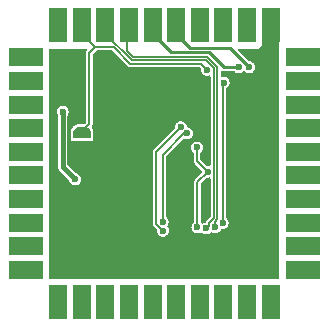
<source format=gbl>
G04 #@! TF.GenerationSoftware,KiCad,Pcbnew,(6.0.0-0)*
G04 #@! TF.CreationDate,2022-05-15T17:03:53+02:00*
G04 #@! TF.ProjectId,rp2040_stamp,72703230-3430-45f7-9374-616d702e6b69,rev?*
G04 #@! TF.SameCoordinates,Original*
G04 #@! TF.FileFunction,Copper,L2,Bot*
G04 #@! TF.FilePolarity,Positive*
%FSLAX46Y46*%
G04 Gerber Fmt 4.6, Leading zero omitted, Abs format (unit mm)*
G04 Created by KiCad (PCBNEW (6.0.0-0)) date 2022-05-15 17:03:53*
%MOMM*%
%LPD*%
G01*
G04 APERTURE LIST*
G04 #@! TA.AperFunction,SMDPad,CuDef*
%ADD10R,1.500000X3.000000*%
G04 #@! TD*
G04 #@! TA.AperFunction,ComponentPad*
%ADD11C,1.350000*%
G04 #@! TD*
G04 #@! TA.AperFunction,ComponentPad*
%ADD12O,1.350000X1.350000*%
G04 #@! TD*
G04 #@! TA.AperFunction,SMDPad,CuDef*
%ADD13R,3.000000X1.500000*%
G04 #@! TD*
G04 #@! TA.AperFunction,ViaPad*
%ADD14C,0.600000*%
G04 #@! TD*
G04 #@! TA.AperFunction,Conductor*
%ADD15C,0.400000*%
G04 #@! TD*
G04 #@! TA.AperFunction,Conductor*
%ADD16C,0.150000*%
G04 #@! TD*
G04 #@! TA.AperFunction,Conductor*
%ADD17C,0.250000*%
G04 #@! TD*
G04 APERTURE END LIST*
D10*
X142500000Y-93750000D03*
D11*
X142500000Y-94500000D03*
X142500000Y-93000000D03*
D10*
X144500000Y-93750000D03*
D12*
X144500000Y-94500000D03*
X144500000Y-93000000D03*
D10*
X146500000Y-93750000D03*
D12*
X146500000Y-94500000D03*
X146500000Y-93000000D03*
D10*
X148500000Y-93750000D03*
D12*
X148500000Y-93000000D03*
X148500000Y-94500000D03*
X150500000Y-93000000D03*
D10*
X150500000Y-93750000D03*
D12*
X150500000Y-94500000D03*
X152500000Y-94500000D03*
D10*
X152500000Y-93750000D03*
D12*
X152500000Y-93000000D03*
X154500000Y-94500000D03*
D10*
X154500000Y-93750000D03*
D12*
X154500000Y-93000000D03*
D10*
X156500000Y-93750000D03*
D12*
X156500000Y-94500000D03*
X156500000Y-93000000D03*
X158500000Y-94500000D03*
X158500000Y-93000000D03*
D10*
X158500000Y-93750000D03*
X160500000Y-93750000D03*
D12*
X160500000Y-93000000D03*
X160500000Y-94500000D03*
D11*
X142500000Y-116500000D03*
D10*
X142500000Y-117250000D03*
D11*
X142500000Y-118000000D03*
D10*
X144500000Y-117250000D03*
D12*
X144500000Y-116500000D03*
X144500000Y-118000000D03*
X146500000Y-116500000D03*
X146500000Y-118000000D03*
D10*
X146500000Y-117250000D03*
D12*
X148500000Y-116500000D03*
D10*
X148500000Y-117250000D03*
D12*
X148500000Y-118000000D03*
X150500000Y-116500000D03*
X150500000Y-118000000D03*
D10*
X150500000Y-117250000D03*
X152500000Y-117250000D03*
D12*
X152500000Y-118000000D03*
X152500000Y-116500000D03*
X154500000Y-118000000D03*
D10*
X154500000Y-117250000D03*
D12*
X154500000Y-116500000D03*
X156500000Y-116500000D03*
X156500000Y-118000000D03*
D10*
X156500000Y-117250000D03*
D12*
X158500000Y-118000000D03*
X158500000Y-116500000D03*
D10*
X158500000Y-117250000D03*
X160500000Y-117250000D03*
D12*
X160500000Y-116500000D03*
X160500000Y-118000000D03*
D11*
X140500000Y-96500000D03*
D13*
X139750000Y-96500000D03*
D11*
X139000000Y-96500000D03*
D12*
X139000000Y-98500000D03*
D13*
X139750000Y-98500000D03*
D12*
X140500000Y-98500000D03*
X139000000Y-100500000D03*
X140500000Y-100500000D03*
D13*
X139750000Y-100500000D03*
X139750000Y-102500000D03*
D12*
X140500000Y-102500000D03*
X139000000Y-102500000D03*
X139000000Y-104500000D03*
X140500000Y-104500000D03*
D13*
X139750000Y-104500000D03*
D12*
X140500000Y-106500000D03*
D13*
X139750000Y-106500000D03*
D12*
X139000000Y-106500000D03*
X139000000Y-108500000D03*
D13*
X139750000Y-108500000D03*
D12*
X140500000Y-108500000D03*
X140500000Y-110500000D03*
X139000000Y-110500000D03*
D13*
X139750000Y-110500000D03*
X139750000Y-112500000D03*
D12*
X140500000Y-112500000D03*
X139000000Y-112500000D03*
X140500000Y-114500000D03*
X139000000Y-114500000D03*
D13*
X139750000Y-114500000D03*
D11*
X162500000Y-96500000D03*
D13*
X163250000Y-96500000D03*
D11*
X164000000Y-96500000D03*
D12*
X162500000Y-98500000D03*
X164000000Y-98500000D03*
D13*
X163250000Y-98500000D03*
D12*
X164000000Y-100500000D03*
D13*
X163250000Y-100500000D03*
D12*
X162500000Y-100500000D03*
D13*
X163250000Y-102500000D03*
D12*
X162500000Y-102500000D03*
X164000000Y-102500000D03*
D13*
X163250000Y-104500000D03*
D12*
X162500000Y-104500000D03*
X164000000Y-104500000D03*
X162500000Y-106500000D03*
D13*
X163250000Y-106500000D03*
D12*
X164000000Y-106500000D03*
X162500000Y-108500000D03*
D13*
X163250000Y-108500000D03*
D12*
X164000000Y-108500000D03*
X164000000Y-110500000D03*
X162500000Y-110500000D03*
D13*
X163250000Y-110500000D03*
X163250000Y-112500000D03*
D12*
X164000000Y-112500000D03*
X162500000Y-112500000D03*
X164000000Y-114500000D03*
X162500000Y-114500000D03*
D13*
X163250000Y-114500000D03*
G04 #@! TA.AperFunction,SMDPad,CuDef*
G36*
X145280000Y-103660000D02*
G01*
X145280000Y-104160000D01*
X145275033Y-104160000D01*
X145273568Y-104239941D01*
X145231293Y-104375256D01*
X145152738Y-104493266D01*
X145044219Y-104584486D01*
X144914460Y-104641581D01*
X144780000Y-104659164D01*
X144780000Y-104660000D01*
X144280000Y-104660000D01*
X144280000Y-104659164D01*
X144273891Y-104659963D01*
X144133814Y-104638152D01*
X144005489Y-104577904D01*
X143899231Y-104484060D01*
X143823583Y-104364165D01*
X143784626Y-104227858D01*
X143785041Y-104160000D01*
X143780000Y-104160000D01*
X143780000Y-103660000D01*
X145280000Y-103660000D01*
G37*
G04 #@! TD.AperFunction*
G04 #@! TA.AperFunction,SMDPad,CuDef*
G36*
X143785041Y-102860000D02*
G01*
X143785492Y-102786095D01*
X143826111Y-102650274D01*
X143903218Y-102531312D01*
X144010615Y-102438774D01*
X144139667Y-102380097D01*
X144280000Y-102360000D01*
X144780000Y-102360000D01*
X144792216Y-102360149D01*
X144932017Y-102383669D01*
X145059596Y-102445481D01*
X145164700Y-102540616D01*
X145238877Y-102661426D01*
X145276166Y-102798199D01*
X145275033Y-102860000D01*
X145280000Y-102860000D01*
X145280000Y-103360000D01*
X143780000Y-103360000D01*
X143780000Y-102860000D01*
X143785041Y-102860000D01*
G37*
G04 #@! TD.AperFunction*
D14*
X160875000Y-111050000D03*
X145475000Y-111275000D03*
X159275000Y-103375000D03*
X151670000Y-97550000D03*
X152900000Y-109650000D03*
X154900000Y-109650000D03*
X152900000Y-107650000D03*
X144916292Y-106841634D03*
X150835271Y-114360270D03*
X160500000Y-97650000D03*
X154900000Y-107650000D03*
X148775000Y-104099020D03*
X142897563Y-101099294D03*
X143951622Y-106823378D03*
X155110000Y-97550000D03*
X156523531Y-98640498D03*
X156445171Y-110520170D03*
X158700000Y-97325000D03*
X157825000Y-97325000D03*
X155797982Y-110898190D03*
X155053517Y-110984939D03*
X151375000Y-111175000D03*
X152900000Y-102400000D03*
X154300000Y-110900000D03*
X154275000Y-104125000D03*
X155175000Y-106175000D03*
X153425840Y-102934084D03*
X151359949Y-110418193D03*
D15*
X143951622Y-106823378D02*
X142897563Y-105769319D01*
X142897563Y-105769319D02*
X142897563Y-101099294D01*
D16*
X148601903Y-97025489D02*
X154585489Y-97025489D01*
X145150000Y-96100000D02*
X145625000Y-95625000D01*
X145150000Y-102150000D02*
X145150000Y-96100000D01*
X156445171Y-110520170D02*
X156445171Y-98718858D01*
X144475000Y-102825000D02*
X145150000Y-102150000D01*
X145625000Y-95625000D02*
X147201414Y-95625000D01*
X154585489Y-97025489D02*
X155110000Y-97550000D01*
X145625000Y-95625000D02*
X144500000Y-94500000D01*
X147201414Y-95625000D02*
X148601903Y-97025489D01*
X156445171Y-98718858D02*
X156523531Y-98640498D01*
D17*
X157052410Y-95677410D02*
X158700000Y-97325000D01*
X153677410Y-95677410D02*
X157052410Y-95677410D01*
X153677410Y-95677410D02*
X152500000Y-94500000D01*
X152076930Y-96076930D02*
X150500000Y-94500000D01*
X157825000Y-97325000D02*
X156544654Y-97325000D01*
X155296584Y-96076930D02*
X152076930Y-96076930D01*
X156544654Y-97325000D02*
X155296584Y-96076930D01*
D16*
X155151807Y-96426449D02*
X155999031Y-97273673D01*
X148850035Y-96426449D02*
X155151807Y-96426449D01*
X155999031Y-97273673D02*
X155999031Y-110224554D01*
X148346793Y-95923207D02*
X148850035Y-96426449D01*
X155999031Y-110224554D02*
X155797982Y-110425603D01*
X148346793Y-94653207D02*
X148346793Y-95923207D01*
X155797982Y-110425603D02*
X155797982Y-110898190D01*
X148725969Y-96725969D02*
X155027741Y-96725969D01*
X155699511Y-97397739D02*
X155699511Y-110100489D01*
X155273471Y-110764985D02*
X155053517Y-110984939D01*
X155273471Y-110526528D02*
X155273471Y-110764985D01*
X146500000Y-94500000D02*
X148725969Y-96725969D01*
X155027741Y-96725969D02*
X155699511Y-97397739D01*
X155699511Y-110100489D02*
X155273471Y-110526528D01*
X150824511Y-104475489D02*
X152900000Y-102400000D01*
X151375000Y-111175000D02*
X150824511Y-110624511D01*
X150824511Y-110624511D02*
X150824511Y-104475489D01*
X154300000Y-110900000D02*
X154300000Y-107050000D01*
X154275000Y-105275000D02*
X155175000Y-106175000D01*
X154300000Y-107050000D02*
X155175000Y-106175000D01*
X154275000Y-104125000D02*
X154275000Y-105275000D01*
X153165916Y-102934084D02*
X151359949Y-104740051D01*
X151359949Y-104740051D02*
X151359949Y-110418193D01*
X153425840Y-102934084D02*
X153165916Y-102934084D01*
G04 #@! TA.AperFunction,Conductor*
G36*
X161192121Y-93220002D02*
G01*
X161238614Y-93273658D01*
X161250000Y-93326000D01*
X161250000Y-96000000D01*
X159250000Y-96000000D01*
X159750000Y-95500000D01*
X159750000Y-93326000D01*
X159770002Y-93257879D01*
X159823658Y-93211386D01*
X159876000Y-93200000D01*
X161124000Y-93200000D01*
X161192121Y-93220002D01*
G37*
G04 #@! TD.AperFunction*
G04 #@! TA.AperFunction,Conductor*
G36*
X144884914Y-95770002D02*
G01*
X144931407Y-95823658D01*
X144941511Y-95893932D01*
X144921557Y-95946003D01*
X144890485Y-95992505D01*
X144888065Y-96004672D01*
X144888064Y-96004674D01*
X144883416Y-96028042D01*
X144882887Y-96030702D01*
X144869103Y-96100000D01*
X144871524Y-96112171D01*
X144872079Y-96114961D01*
X144874500Y-96139543D01*
X144874500Y-101983694D01*
X144854498Y-102051815D01*
X144837595Y-102072789D01*
X144791717Y-102118667D01*
X144729405Y-102152693D01*
X144702622Y-102155572D01*
X144349611Y-102155572D01*
X144331086Y-102154025D01*
X144331073Y-102154129D01*
X144328741Y-102153829D01*
X144328708Y-102153826D01*
X144328690Y-102153823D01*
X144326258Y-102153414D01*
X144294843Y-102150596D01*
X144292419Y-102150566D01*
X144292412Y-102150566D01*
X144289327Y-102150529D01*
X144282501Y-102150445D01*
X144251019Y-102152495D01*
X144248603Y-102152841D01*
X144113687Y-102172162D01*
X144113681Y-102172163D01*
X144109242Y-102172799D01*
X144104936Y-102174058D01*
X144104932Y-102174059D01*
X144057912Y-102187809D01*
X144053610Y-102189067D01*
X144049535Y-102190920D01*
X143927310Y-102246492D01*
X143927306Y-102246494D01*
X143923231Y-102248347D01*
X143874402Y-102279574D01*
X143871010Y-102282497D01*
X143871007Y-102282499D01*
X143797745Y-102345626D01*
X143765901Y-102373064D01*
X143762962Y-102376433D01*
X143762958Y-102376437D01*
X143755532Y-102384950D01*
X143727798Y-102416742D01*
X143649898Y-102536927D01*
X143625586Y-102589545D01*
X143624301Y-102593843D01*
X143624298Y-102593850D01*
X143601576Y-102669830D01*
X143584550Y-102726763D01*
X143575983Y-102784086D01*
X143575553Y-102854530D01*
X143575292Y-102897258D01*
X143575108Y-102927307D01*
X143575447Y-102929780D01*
X143575572Y-102933635D01*
X143575572Y-103360000D01*
X143591133Y-103438231D01*
X143635448Y-103504552D01*
X143701769Y-103548867D01*
X143713938Y-103551288D01*
X143713939Y-103551288D01*
X143771979Y-103562833D01*
X143780000Y-103564428D01*
X144215480Y-103564428D01*
X144234863Y-103565928D01*
X144236367Y-103566162D01*
X144242379Y-103567098D01*
X144246845Y-103567153D01*
X144246850Y-103567153D01*
X144273958Y-103567484D01*
X144300335Y-103567806D01*
X144304777Y-103567225D01*
X144304780Y-103567225D01*
X144318031Y-103565492D01*
X144334368Y-103564428D01*
X144715480Y-103564428D01*
X144734863Y-103565928D01*
X144736367Y-103566162D01*
X144742379Y-103567098D01*
X144746845Y-103567153D01*
X144746850Y-103567153D01*
X144773958Y-103567484D01*
X144800335Y-103567806D01*
X144804777Y-103567225D01*
X144804780Y-103567225D01*
X144818031Y-103565492D01*
X144834368Y-103564428D01*
X145280000Y-103564428D01*
X145288021Y-103562833D01*
X145346061Y-103551288D01*
X145346062Y-103551288D01*
X145358231Y-103548867D01*
X145424552Y-103504552D01*
X145468867Y-103438231D01*
X145484428Y-103360000D01*
X145484428Y-102869845D01*
X145484449Y-102867536D01*
X145485581Y-102805784D01*
X145485663Y-102801311D01*
X145478498Y-102743792D01*
X145440825Y-102605612D01*
X145421021Y-102559847D01*
X145419587Y-102556534D01*
X145419585Y-102556531D01*
X145417806Y-102552419D01*
X145361711Y-102461060D01*
X145343114Y-102392544D01*
X145364322Y-102325131D01*
X145402620Y-102267814D01*
X145409515Y-102257495D01*
X145425500Y-102177133D01*
X145425500Y-102177132D01*
X145430897Y-102150000D01*
X145427921Y-102135039D01*
X145425500Y-102110457D01*
X145425500Y-96266306D01*
X145445502Y-96198185D01*
X145462405Y-96177211D01*
X145702211Y-95937405D01*
X145764523Y-95903379D01*
X145791306Y-95900500D01*
X147035108Y-95900500D01*
X147103229Y-95920502D01*
X147124203Y-95937405D01*
X148379132Y-97192334D01*
X148394799Y-97211423D01*
X148403279Y-97224113D01*
X148426280Y-97239482D01*
X148426281Y-97239483D01*
X148494409Y-97285005D01*
X148601903Y-97306386D01*
X148616865Y-97303410D01*
X148641445Y-97300989D01*
X154419183Y-97300989D01*
X154487304Y-97320991D01*
X154508278Y-97337894D01*
X154573936Y-97403552D01*
X154607962Y-97465864D01*
X154609341Y-97512032D01*
X154604391Y-97543823D01*
X154605555Y-97552725D01*
X154605555Y-97552728D01*
X154610717Y-97592203D01*
X154622980Y-97685979D01*
X154680720Y-97817203D01*
X154686497Y-97824076D01*
X154686498Y-97824077D01*
X154686776Y-97824408D01*
X154772970Y-97926948D01*
X154892313Y-98006390D01*
X155029157Y-98049142D01*
X155038129Y-98049306D01*
X155038132Y-98049307D01*
X155103463Y-98050504D01*
X155172499Y-98051770D01*
X155182139Y-98049142D01*
X155264869Y-98026587D01*
X155335852Y-98027967D01*
X155394821Y-98067504D01*
X155423053Y-98132646D01*
X155424011Y-98148150D01*
X155424011Y-105557830D01*
X155404009Y-105625951D01*
X155350353Y-105672444D01*
X155280079Y-105682548D01*
X155261913Y-105678548D01*
X155249739Y-105674907D01*
X155240763Y-105674852D01*
X155240762Y-105674852D01*
X155115122Y-105674084D01*
X155047125Y-105653666D01*
X155026797Y-105637181D01*
X154587405Y-105197789D01*
X154553379Y-105135477D01*
X154550500Y-105108694D01*
X154550500Y-104610976D01*
X154570502Y-104542855D01*
X154593637Y-104516718D01*
X154597991Y-104514045D01*
X154694200Y-104407754D01*
X154756710Y-104278733D01*
X154780496Y-104137354D01*
X154780647Y-104125000D01*
X154760323Y-103983082D01*
X154700984Y-103852572D01*
X154682598Y-103831234D01*
X154613260Y-103750763D01*
X154613257Y-103750760D01*
X154607400Y-103743963D01*
X154487095Y-103665985D01*
X154349739Y-103624907D01*
X154340763Y-103624852D01*
X154340762Y-103624852D01*
X154280555Y-103624484D01*
X154206376Y-103624031D01*
X154068529Y-103663428D01*
X153947280Y-103739930D01*
X153852377Y-103847388D01*
X153791447Y-103977163D01*
X153769391Y-104118823D01*
X153770555Y-104127725D01*
X153770555Y-104127728D01*
X153771814Y-104137354D01*
X153787980Y-104260979D01*
X153791597Y-104269199D01*
X153840762Y-104380934D01*
X153845720Y-104392203D01*
X153851497Y-104399076D01*
X153851498Y-104399077D01*
X153858792Y-104407754D01*
X153937970Y-104501948D01*
X153945447Y-104506925D01*
X153952135Y-104512905D01*
X153950788Y-104514412D01*
X153988944Y-104559912D01*
X153999500Y-104610396D01*
X153999500Y-105235457D01*
X153997079Y-105260039D01*
X153994103Y-105275000D01*
X153999500Y-105302132D01*
X153999500Y-105302133D01*
X154015485Y-105382495D01*
X154076376Y-105473624D01*
X154086692Y-105480517D01*
X154086693Y-105480518D01*
X154089064Y-105482102D01*
X154108156Y-105497772D01*
X154638936Y-106028552D01*
X154672962Y-106090864D01*
X154674341Y-106137032D01*
X154669391Y-106168823D01*
X154675472Y-106215323D01*
X154664470Y-106285462D01*
X154639630Y-106320754D01*
X154133156Y-106827228D01*
X154114064Y-106842898D01*
X154101376Y-106851376D01*
X154040485Y-106942505D01*
X154027563Y-107007468D01*
X154019103Y-107050000D01*
X154021524Y-107062171D01*
X154022079Y-107064961D01*
X154024500Y-107089543D01*
X154024500Y-110413938D01*
X154004498Y-110482059D01*
X153980164Y-110509891D01*
X153979870Y-110510141D01*
X153972280Y-110514930D01*
X153877377Y-110622388D01*
X153816447Y-110752163D01*
X153815066Y-110761035D01*
X153804324Y-110830029D01*
X153794391Y-110893823D01*
X153795555Y-110902725D01*
X153795555Y-110902728D01*
X153803685Y-110964901D01*
X153812980Y-111035979D01*
X153870720Y-111167203D01*
X153876497Y-111174076D01*
X153876498Y-111174077D01*
X153887863Y-111187597D01*
X153962970Y-111276948D01*
X154000716Y-111302074D01*
X154072119Y-111349604D01*
X154082313Y-111356390D01*
X154219157Y-111399142D01*
X154228129Y-111399306D01*
X154228132Y-111399307D01*
X154293463Y-111400504D01*
X154362499Y-111401770D01*
X154371533Y-111399307D01*
X154492158Y-111366421D01*
X154492160Y-111366420D01*
X154500817Y-111364060D01*
X154508464Y-111359365D01*
X154508468Y-111359363D01*
X154551753Y-111332786D01*
X154620270Y-111314188D01*
X154687965Y-111335585D01*
X154703539Y-111349570D01*
X154704020Y-111349032D01*
X154710707Y-111355011D01*
X154716487Y-111361887D01*
X154835830Y-111441329D01*
X154972674Y-111484081D01*
X154981646Y-111484245D01*
X154981649Y-111484246D01*
X155046980Y-111485443D01*
X155116016Y-111486709D01*
X155125050Y-111484246D01*
X155245675Y-111451360D01*
X155245677Y-111451359D01*
X155254334Y-111448999D01*
X155376508Y-111373984D01*
X155382530Y-111367330D01*
X155382537Y-111367325D01*
X155391234Y-111357717D01*
X155451778Y-111320637D01*
X155522758Y-111322176D01*
X155554465Y-111337386D01*
X155572819Y-111349604D01*
X155572821Y-111349605D01*
X155580295Y-111354580D01*
X155717139Y-111397332D01*
X155726111Y-111397496D01*
X155726114Y-111397497D01*
X155791445Y-111398694D01*
X155860481Y-111399960D01*
X155869515Y-111397497D01*
X155990140Y-111364611D01*
X155990142Y-111364610D01*
X155998799Y-111362250D01*
X156120973Y-111287235D01*
X156217182Y-111180944D01*
X156260965Y-111090576D01*
X156308665Y-111037996D01*
X156376664Y-111019538D01*
X156507670Y-111021940D01*
X156516334Y-111019578D01*
X156637329Y-110986591D01*
X156637331Y-110986590D01*
X156645988Y-110984230D01*
X156768162Y-110909215D01*
X156790126Y-110884950D01*
X156858349Y-110809577D01*
X156864371Y-110802924D01*
X156926881Y-110673903D01*
X156950667Y-110532524D01*
X156950818Y-110520170D01*
X156935574Y-110413726D01*
X156931767Y-110387138D01*
X156931766Y-110387135D01*
X156930494Y-110378252D01*
X156871155Y-110247742D01*
X156790329Y-110153939D01*
X156783430Y-110145932D01*
X156783428Y-110145930D01*
X156777571Y-110139133D01*
X156770040Y-110134252D01*
X156763842Y-110128845D01*
X156725657Y-110068992D01*
X156720671Y-110033896D01*
X156720671Y-99177307D01*
X156740673Y-99109186D01*
X156780742Y-99069932D01*
X156846522Y-99029543D01*
X156942731Y-98923252D01*
X157005241Y-98794231D01*
X157029027Y-98652852D01*
X157029178Y-98640498D01*
X157008854Y-98498580D01*
X156949515Y-98368070D01*
X156931129Y-98346732D01*
X156861791Y-98266261D01*
X156861788Y-98266258D01*
X156855931Y-98259461D01*
X156735626Y-98181483D01*
X156598270Y-98140405D01*
X156589294Y-98140350D01*
X156589293Y-98140350D01*
X156529086Y-98139982D01*
X156454907Y-98139529D01*
X156435156Y-98145174D01*
X156364162Y-98144662D01*
X156304714Y-98105848D01*
X156275687Y-98041057D01*
X156274531Y-98024025D01*
X156274531Y-97756326D01*
X156294533Y-97688205D01*
X156348189Y-97641712D01*
X156418463Y-97631608D01*
X156429527Y-97634386D01*
X156431609Y-97635588D01*
X156440698Y-97637191D01*
X156440715Y-97637195D01*
X156468719Y-97642133D01*
X156479446Y-97644511D01*
X156505202Y-97651412D01*
X156505205Y-97651412D01*
X156515848Y-97654264D01*
X156526823Y-97653304D01*
X156526825Y-97653304D01*
X156553398Y-97650979D01*
X156564379Y-97650500D01*
X157386036Y-97650500D01*
X157454157Y-97670502D01*
X157475409Y-97689198D01*
X157475503Y-97689093D01*
X157482190Y-97695072D01*
X157487970Y-97701948D01*
X157607313Y-97781390D01*
X157744157Y-97824142D01*
X157753129Y-97824306D01*
X157753132Y-97824307D01*
X157818463Y-97825504D01*
X157887499Y-97826770D01*
X157896533Y-97824307D01*
X158017158Y-97791421D01*
X158017160Y-97791420D01*
X158025817Y-97789060D01*
X158147991Y-97714045D01*
X158167800Y-97692160D01*
X158228343Y-97655079D01*
X158299323Y-97656616D01*
X158349523Y-97690190D01*
X158350503Y-97689093D01*
X158357190Y-97695072D01*
X158362970Y-97701948D01*
X158482313Y-97781390D01*
X158619157Y-97824142D01*
X158628129Y-97824306D01*
X158628132Y-97824307D01*
X158693463Y-97825504D01*
X158762499Y-97826770D01*
X158771533Y-97824307D01*
X158892158Y-97791421D01*
X158892160Y-97791420D01*
X158900817Y-97789060D01*
X159022991Y-97714045D01*
X159119200Y-97607754D01*
X159154473Y-97534951D01*
X159177795Y-97486814D01*
X159177795Y-97486813D01*
X159181710Y-97478733D01*
X159205496Y-97337354D01*
X159205647Y-97325000D01*
X159191199Y-97224113D01*
X159186596Y-97191968D01*
X159186595Y-97191965D01*
X159185323Y-97183082D01*
X159125984Y-97052572D01*
X159076140Y-96994725D01*
X159038260Y-96950763D01*
X159038257Y-96950760D01*
X159032400Y-96943963D01*
X158912095Y-96865985D01*
X158774739Y-96824907D01*
X158765763Y-96824852D01*
X158765762Y-96824852D01*
X158711267Y-96824519D01*
X158643270Y-96804101D01*
X158622942Y-96787616D01*
X157800421Y-95965095D01*
X157766395Y-95902783D01*
X157771460Y-95831968D01*
X157814007Y-95775132D01*
X157880527Y-95750321D01*
X157889516Y-95750000D01*
X159638790Y-95750000D01*
X159647643Y-95752105D01*
X159698514Y-95757631D01*
X159705328Y-95758000D01*
X160227885Y-95758000D01*
X160243124Y-95753525D01*
X160244329Y-95752135D01*
X160244793Y-95750000D01*
X160756971Y-95750000D01*
X160758475Y-95755123D01*
X160759865Y-95756328D01*
X160767548Y-95757999D01*
X161124000Y-95757999D01*
X161192121Y-95778001D01*
X161238614Y-95831657D01*
X161250000Y-95883999D01*
X161250000Y-115124000D01*
X161229998Y-115192121D01*
X161176342Y-115238614D01*
X161124000Y-115250000D01*
X141876000Y-115250000D01*
X141807879Y-115229998D01*
X141761386Y-115176342D01*
X141750000Y-115124000D01*
X141750000Y-110624511D01*
X150543614Y-110624511D01*
X150549011Y-110651643D01*
X150549011Y-110651644D01*
X150564996Y-110732006D01*
X150571891Y-110742325D01*
X150571892Y-110742327D01*
X150578407Y-110752077D01*
X150578465Y-110752163D01*
X150610350Y-110799882D01*
X150625887Y-110823135D01*
X150636203Y-110830028D01*
X150636204Y-110830029D01*
X150638575Y-110831613D01*
X150657667Y-110847283D01*
X150838936Y-111028552D01*
X150872962Y-111090864D01*
X150874341Y-111137032D01*
X150869391Y-111168823D01*
X150870555Y-111177725D01*
X150870555Y-111177728D01*
X150871814Y-111187354D01*
X150887980Y-111310979D01*
X150945720Y-111442203D01*
X150951497Y-111449076D01*
X150951498Y-111449077D01*
X150982992Y-111486544D01*
X151037970Y-111551948D01*
X151157313Y-111631390D01*
X151294157Y-111674142D01*
X151303129Y-111674306D01*
X151303132Y-111674307D01*
X151368463Y-111675504D01*
X151437499Y-111676770D01*
X151446533Y-111674307D01*
X151567158Y-111641421D01*
X151567160Y-111641420D01*
X151575817Y-111639060D01*
X151697991Y-111564045D01*
X151794200Y-111457754D01*
X151842012Y-111359069D01*
X151852795Y-111336814D01*
X151852795Y-111336813D01*
X151856710Y-111328733D01*
X151880496Y-111187354D01*
X151880647Y-111175000D01*
X151868557Y-111090579D01*
X151861596Y-111041968D01*
X151861595Y-111041965D01*
X151860323Y-111033082D01*
X151800984Y-110902572D01*
X151773970Y-110871221D01*
X151744656Y-110806559D01*
X151754955Y-110736313D01*
X151768720Y-110715461D01*
X151768105Y-110715046D01*
X151773127Y-110707600D01*
X151779149Y-110700947D01*
X151841659Y-110571926D01*
X151865445Y-110430547D01*
X151865596Y-110418193D01*
X151845272Y-110276275D01*
X151785933Y-110145765D01*
X151719781Y-110068992D01*
X151698208Y-110043955D01*
X151698206Y-110043953D01*
X151692349Y-110037156D01*
X151684818Y-110032275D01*
X151678620Y-110026868D01*
X151640435Y-109967015D01*
X151635449Y-109931919D01*
X151635449Y-104906357D01*
X151655451Y-104838236D01*
X151672354Y-104817262D01*
X153072334Y-103417282D01*
X153134646Y-103383256D01*
X153204853Y-103388278D01*
X153208153Y-103390474D01*
X153344997Y-103433226D01*
X153353969Y-103433390D01*
X153353972Y-103433391D01*
X153419303Y-103434588D01*
X153488339Y-103435854D01*
X153497373Y-103433391D01*
X153617998Y-103400505D01*
X153618000Y-103400504D01*
X153626657Y-103398144D01*
X153748831Y-103323129D01*
X153845040Y-103216838D01*
X153907550Y-103087817D01*
X153931336Y-102946438D01*
X153931487Y-102934084D01*
X153921957Y-102867536D01*
X153912436Y-102801052D01*
X153912435Y-102801049D01*
X153911163Y-102792166D01*
X153851824Y-102661656D01*
X153799996Y-102601507D01*
X153764100Y-102559847D01*
X153764097Y-102559844D01*
X153758240Y-102553047D01*
X153637935Y-102475069D01*
X153561950Y-102452345D01*
X153509177Y-102436562D01*
X153509175Y-102436562D01*
X153500579Y-102433991D01*
X153498419Y-102433978D01*
X153437115Y-102405566D01*
X153399065Y-102345626D01*
X153395434Y-102328684D01*
X153385323Y-102258082D01*
X153380054Y-102246492D01*
X153346547Y-102172799D01*
X153325984Y-102127572D01*
X153278780Y-102072789D01*
X153238260Y-102025763D01*
X153238257Y-102025760D01*
X153232400Y-102018963D01*
X153112095Y-101940985D01*
X152974739Y-101899907D01*
X152965763Y-101899852D01*
X152965762Y-101899852D01*
X152905555Y-101899484D01*
X152831376Y-101899031D01*
X152693529Y-101938428D01*
X152572280Y-102014930D01*
X152566338Y-102021658D01*
X152566337Y-102021659D01*
X152524829Y-102068659D01*
X152477377Y-102122388D01*
X152416447Y-102252163D01*
X152394391Y-102393823D01*
X152399980Y-102436562D01*
X152400472Y-102440323D01*
X152389470Y-102510462D01*
X152364630Y-102545754D01*
X150657667Y-104252717D01*
X150638575Y-104268387D01*
X150625887Y-104276865D01*
X150564996Y-104367994D01*
X150564996Y-104367995D01*
X150543614Y-104475489D01*
X150546035Y-104487660D01*
X150546590Y-104490450D01*
X150549011Y-104515032D01*
X150549011Y-110584968D01*
X150546590Y-110609550D01*
X150543614Y-110624511D01*
X141750000Y-110624511D01*
X141750000Y-101093117D01*
X142391954Y-101093117D01*
X142393118Y-101102019D01*
X142393118Y-101102022D01*
X142394377Y-101111648D01*
X142410543Y-101235273D01*
X142468283Y-101366497D01*
X142474058Y-101373367D01*
X142478034Y-101379755D01*
X142497063Y-101446337D01*
X142497063Y-105832752D01*
X142500127Y-105842183D01*
X142500128Y-105842187D01*
X142503860Y-105853672D01*
X142508476Y-105872897D01*
X142511917Y-105894623D01*
X142516418Y-105903456D01*
X142516419Y-105903460D01*
X142521904Y-105914225D01*
X142529468Y-105932485D01*
X142536267Y-105953409D01*
X142549202Y-105971212D01*
X142559528Y-105988064D01*
X142569513Y-106007661D01*
X142592076Y-106030224D01*
X142592079Y-106030228D01*
X143425799Y-106863948D01*
X143459825Y-106926260D01*
X143461640Y-106936704D01*
X143464602Y-106959357D01*
X143522342Y-107090581D01*
X143528119Y-107097454D01*
X143528120Y-107097455D01*
X143570763Y-107148185D01*
X143614592Y-107200326D01*
X143733935Y-107279768D01*
X143870779Y-107322520D01*
X143879751Y-107322684D01*
X143879754Y-107322685D01*
X143945085Y-107323882D01*
X144014121Y-107325148D01*
X144023155Y-107322685D01*
X144143780Y-107289799D01*
X144143782Y-107289798D01*
X144152439Y-107287438D01*
X144274613Y-107212423D01*
X144370822Y-107106132D01*
X144433332Y-106977111D01*
X144457118Y-106835732D01*
X144457269Y-106823378D01*
X144441246Y-106711491D01*
X144438218Y-106690346D01*
X144438217Y-106690343D01*
X144436945Y-106681460D01*
X144377606Y-106550950D01*
X144359220Y-106529612D01*
X144289882Y-106449141D01*
X144289879Y-106449138D01*
X144284022Y-106442341D01*
X144163717Y-106364363D01*
X144044810Y-106328802D01*
X143991818Y-106297181D01*
X143334968Y-105640331D01*
X143300942Y-105578019D01*
X143298063Y-105551236D01*
X143298063Y-101446018D01*
X143317509Y-101382410D01*
X143316763Y-101382048D01*
X143319085Y-101377255D01*
X143379273Y-101253027D01*
X143403059Y-101111648D01*
X143403210Y-101099294D01*
X143382886Y-100957376D01*
X143323547Y-100826866D01*
X143305161Y-100805528D01*
X143235823Y-100725057D01*
X143235820Y-100725054D01*
X143229963Y-100718257D01*
X143109658Y-100640279D01*
X142972302Y-100599201D01*
X142963326Y-100599146D01*
X142963325Y-100599146D01*
X142903118Y-100598778D01*
X142828939Y-100598325D01*
X142691092Y-100637722D01*
X142569843Y-100714224D01*
X142474940Y-100821682D01*
X142414010Y-100951457D01*
X142391954Y-101093117D01*
X141750000Y-101093117D01*
X141750000Y-95876000D01*
X141770002Y-95807879D01*
X141823658Y-95761386D01*
X141876000Y-95750000D01*
X144816793Y-95750000D01*
X144884914Y-95770002D01*
G37*
G04 #@! TD.AperFunction*
G04 #@! TA.AperFunction,Conductor*
G36*
X155335852Y-106670688D02*
G01*
X155394821Y-106710225D01*
X155423053Y-106775366D01*
X155424011Y-106790871D01*
X155424011Y-109934182D01*
X155404009Y-110002303D01*
X155387106Y-110023277D01*
X155106624Y-110303759D01*
X155087532Y-110319428D01*
X155074847Y-110327904D01*
X155067956Y-110338217D01*
X155059478Y-110350905D01*
X155059477Y-110350906D01*
X155035268Y-110387138D01*
X155013956Y-110419033D01*
X155012176Y-110427981D01*
X154969056Y-110481488D01*
X154931820Y-110499138D01*
X154847046Y-110523367D01*
X154839457Y-110528155D01*
X154839453Y-110528157D01*
X154802272Y-110551616D01*
X154733987Y-110571050D01*
X154666036Y-110550480D01*
X154639583Y-110527299D01*
X154638260Y-110525763D01*
X154638257Y-110525760D01*
X154632400Y-110518963D01*
X154624869Y-110514081D01*
X154618671Y-110508675D01*
X154580486Y-110448822D01*
X154575500Y-110413726D01*
X154575500Y-107216306D01*
X154595502Y-107148185D01*
X154612405Y-107127211D01*
X155028125Y-106711491D01*
X155090437Y-106677465D01*
X155119528Y-106674607D01*
X155237499Y-106676770D01*
X155264869Y-106669308D01*
X155335852Y-106670688D01*
G37*
G04 #@! TD.AperFunction*
M02*

</source>
